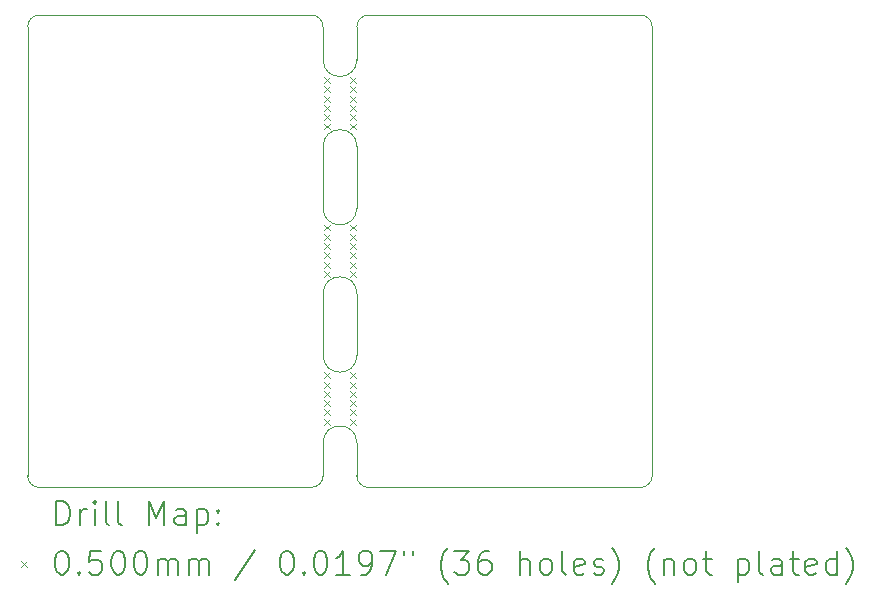
<source format=gbr>
%TF.GenerationSoftware,KiCad,Pcbnew,7.0.1*%
%TF.CreationDate,2023-07-22T01:47:03+03:00*%
%TF.ProjectId,kr556rt2,6b723535-3672-4743-922e-6b696361645f,rev?*%
%TF.SameCoordinates,Original*%
%TF.FileFunction,Drillmap*%
%TF.FilePolarity,Positive*%
%FSLAX45Y45*%
G04 Gerber Fmt 4.5, Leading zero omitted, Abs format (unit mm)*
G04 Created by KiCad (PCBNEW 7.0.1) date 2023-07-22 01:47:03*
%MOMM*%
%LPD*%
G01*
G04 APERTURE LIST*
%ADD10C,0.100000*%
%ADD11C,0.200000*%
%ADD12C,0.050000*%
G04 APERTURE END LIST*
D10*
X5954700Y-3810000D02*
X8256012Y-3810000D01*
X8641668Y-7432128D02*
G75*
G03*
X8356012Y-7432128I-142828J0D01*
G01*
X8356012Y-4187872D02*
G75*
G03*
X8641668Y-4187872I142828J0D01*
G01*
X8356600Y-5444196D02*
X8356600Y-4923108D01*
X8741668Y-7810000D02*
X11042980Y-7810000D01*
X8741668Y-3809998D02*
G75*
G03*
X8641668Y-3910000I2J-100002D01*
G01*
X11142980Y-3910000D02*
G75*
G03*
X11042980Y-3810000I-100000J0D01*
G01*
X8356600Y-6690748D02*
X8356600Y-6169660D01*
X8641670Y-7710000D02*
G75*
G03*
X8741668Y-7810000I100000J0D01*
G01*
X8741668Y-3810000D02*
X11042980Y-3810000D01*
X8356010Y-3910000D02*
G75*
G03*
X8256012Y-3810000I-100000J0D01*
G01*
X8642255Y-6169660D02*
G75*
G03*
X8356600Y-6169660I-142828J0D01*
G01*
X8356600Y-6690748D02*
G75*
G03*
X8642255Y-6690748I142828J0D01*
G01*
X8642255Y-6690748D02*
X8642255Y-6169660D01*
X5954700Y-7810000D02*
X8256012Y-7810000D01*
X5854700Y-7710000D02*
G75*
G03*
X5954700Y-7810000I100000J0D01*
G01*
X5854700Y-3910000D02*
X5854700Y-7710000D01*
X8642255Y-4923108D02*
G75*
G03*
X8356600Y-4923108I-142828J0D01*
G01*
X8641668Y-7432128D02*
X8641668Y-7710000D01*
X5954700Y-3810000D02*
G75*
G03*
X5854700Y-3910000I0J-100000D01*
G01*
X8356012Y-4187872D02*
X8356012Y-3910000D01*
X8642255Y-5444196D02*
X8642255Y-4923108D01*
X11142980Y-3910000D02*
X11142980Y-7710000D01*
X11042980Y-7810000D02*
G75*
G03*
X11142980Y-7710000I0J100000D01*
G01*
X8356600Y-5444196D02*
G75*
G03*
X8642255Y-5444196I142828J0D01*
G01*
X8641668Y-4187872D02*
X8641668Y-3910000D01*
X8256012Y-7810002D02*
G75*
G03*
X8356012Y-7710000I-2J100002D01*
G01*
X8356012Y-7432128D02*
X8356012Y-7710000D01*
D11*
D12*
X8363745Y-4333300D02*
X8413745Y-4383300D01*
X8413745Y-4333300D02*
X8363745Y-4383300D01*
X8363745Y-4413300D02*
X8413745Y-4463300D01*
X8413745Y-4413300D02*
X8363745Y-4463300D01*
X8363745Y-4493300D02*
X8413745Y-4543300D01*
X8413745Y-4493300D02*
X8363745Y-4543300D01*
X8363745Y-4568600D02*
X8413745Y-4618600D01*
X8413745Y-4568600D02*
X8363745Y-4618600D01*
X8363745Y-4648600D02*
X8413745Y-4698600D01*
X8413745Y-4648600D02*
X8363745Y-4698600D01*
X8363745Y-4728600D02*
X8413745Y-4778600D01*
X8413745Y-4728600D02*
X8363745Y-4778600D01*
X8363745Y-5583790D02*
X8413745Y-5633790D01*
X8413745Y-5583790D02*
X8363745Y-5633790D01*
X8363745Y-5663790D02*
X8413745Y-5713790D01*
X8413745Y-5663790D02*
X8363745Y-5713790D01*
X8363745Y-5743790D02*
X8413745Y-5793790D01*
X8413745Y-5743790D02*
X8363745Y-5793790D01*
X8363745Y-5819090D02*
X8413745Y-5869090D01*
X8413745Y-5819090D02*
X8363745Y-5869090D01*
X8363745Y-5899090D02*
X8413745Y-5949090D01*
X8413745Y-5899090D02*
X8363745Y-5949090D01*
X8363745Y-5979090D02*
X8413745Y-6029090D01*
X8413745Y-5979090D02*
X8363745Y-6029090D01*
X8363745Y-6834280D02*
X8413745Y-6884280D01*
X8413745Y-6834280D02*
X8363745Y-6884280D01*
X8363745Y-6914280D02*
X8413745Y-6964280D01*
X8413745Y-6914280D02*
X8363745Y-6964280D01*
X8363745Y-6994280D02*
X8413745Y-7044280D01*
X8413745Y-6994280D02*
X8363745Y-7044280D01*
X8363745Y-7069580D02*
X8413745Y-7119580D01*
X8413745Y-7069580D02*
X8363745Y-7119580D01*
X8363745Y-7149580D02*
X8413745Y-7199580D01*
X8413745Y-7149580D02*
X8363745Y-7199580D01*
X8363745Y-7229580D02*
X8413745Y-7279580D01*
X8413745Y-7229580D02*
X8363745Y-7279580D01*
X8583745Y-4333300D02*
X8633745Y-4383300D01*
X8633745Y-4333300D02*
X8583745Y-4383300D01*
X8583745Y-4413300D02*
X8633745Y-4463300D01*
X8633745Y-4413300D02*
X8583745Y-4463300D01*
X8583745Y-4493300D02*
X8633745Y-4543300D01*
X8633745Y-4493300D02*
X8583745Y-4543300D01*
X8583745Y-4568600D02*
X8633745Y-4618600D01*
X8633745Y-4568600D02*
X8583745Y-4618600D01*
X8583745Y-4648600D02*
X8633745Y-4698600D01*
X8633745Y-4648600D02*
X8583745Y-4698600D01*
X8583745Y-4728600D02*
X8633745Y-4778600D01*
X8633745Y-4728600D02*
X8583745Y-4778600D01*
X8583745Y-5583790D02*
X8633745Y-5633790D01*
X8633745Y-5583790D02*
X8583745Y-5633790D01*
X8583745Y-5663790D02*
X8633745Y-5713790D01*
X8633745Y-5663790D02*
X8583745Y-5713790D01*
X8583745Y-5743790D02*
X8633745Y-5793790D01*
X8633745Y-5743790D02*
X8583745Y-5793790D01*
X8583745Y-5819090D02*
X8633745Y-5869090D01*
X8633745Y-5819090D02*
X8583745Y-5869090D01*
X8583745Y-5899090D02*
X8633745Y-5949090D01*
X8633745Y-5899090D02*
X8583745Y-5949090D01*
X8583745Y-5979090D02*
X8633745Y-6029090D01*
X8633745Y-5979090D02*
X8583745Y-6029090D01*
X8583745Y-6834280D02*
X8633745Y-6884280D01*
X8633745Y-6834280D02*
X8583745Y-6884280D01*
X8583745Y-6914280D02*
X8633745Y-6964280D01*
X8633745Y-6914280D02*
X8583745Y-6964280D01*
X8583745Y-6994280D02*
X8633745Y-7044280D01*
X8633745Y-6994280D02*
X8583745Y-7044280D01*
X8583745Y-7069580D02*
X8633745Y-7119580D01*
X8633745Y-7069580D02*
X8583745Y-7119580D01*
X8583745Y-7149580D02*
X8633745Y-7199580D01*
X8633745Y-7149580D02*
X8583745Y-7199580D01*
X8583745Y-7229580D02*
X8633745Y-7279580D01*
X8633745Y-7229580D02*
X8583745Y-7279580D01*
D11*
X6097319Y-8127524D02*
X6097319Y-7927524D01*
X6097319Y-7927524D02*
X6144938Y-7927524D01*
X6144938Y-7927524D02*
X6173509Y-7937048D01*
X6173509Y-7937048D02*
X6192557Y-7956095D01*
X6192557Y-7956095D02*
X6202081Y-7975143D01*
X6202081Y-7975143D02*
X6211605Y-8013238D01*
X6211605Y-8013238D02*
X6211605Y-8041809D01*
X6211605Y-8041809D02*
X6202081Y-8079905D01*
X6202081Y-8079905D02*
X6192557Y-8098952D01*
X6192557Y-8098952D02*
X6173509Y-8118000D01*
X6173509Y-8118000D02*
X6144938Y-8127524D01*
X6144938Y-8127524D02*
X6097319Y-8127524D01*
X6297319Y-8127524D02*
X6297319Y-7994190D01*
X6297319Y-8032286D02*
X6306843Y-8013238D01*
X6306843Y-8013238D02*
X6316367Y-8003714D01*
X6316367Y-8003714D02*
X6335414Y-7994190D01*
X6335414Y-7994190D02*
X6354462Y-7994190D01*
X6421128Y-8127524D02*
X6421128Y-7994190D01*
X6421128Y-7927524D02*
X6411605Y-7937048D01*
X6411605Y-7937048D02*
X6421128Y-7946571D01*
X6421128Y-7946571D02*
X6430652Y-7937048D01*
X6430652Y-7937048D02*
X6421128Y-7927524D01*
X6421128Y-7927524D02*
X6421128Y-7946571D01*
X6544938Y-8127524D02*
X6525890Y-8118000D01*
X6525890Y-8118000D02*
X6516367Y-8098952D01*
X6516367Y-8098952D02*
X6516367Y-7927524D01*
X6649700Y-8127524D02*
X6630652Y-8118000D01*
X6630652Y-8118000D02*
X6621128Y-8098952D01*
X6621128Y-8098952D02*
X6621128Y-7927524D01*
X6878271Y-8127524D02*
X6878271Y-7927524D01*
X6878271Y-7927524D02*
X6944938Y-8070381D01*
X6944938Y-8070381D02*
X7011605Y-7927524D01*
X7011605Y-7927524D02*
X7011605Y-8127524D01*
X7192557Y-8127524D02*
X7192557Y-8022762D01*
X7192557Y-8022762D02*
X7183033Y-8003714D01*
X7183033Y-8003714D02*
X7163986Y-7994190D01*
X7163986Y-7994190D02*
X7125890Y-7994190D01*
X7125890Y-7994190D02*
X7106843Y-8003714D01*
X7192557Y-8118000D02*
X7173509Y-8127524D01*
X7173509Y-8127524D02*
X7125890Y-8127524D01*
X7125890Y-8127524D02*
X7106843Y-8118000D01*
X7106843Y-8118000D02*
X7097319Y-8098952D01*
X7097319Y-8098952D02*
X7097319Y-8079905D01*
X7097319Y-8079905D02*
X7106843Y-8060857D01*
X7106843Y-8060857D02*
X7125890Y-8051333D01*
X7125890Y-8051333D02*
X7173509Y-8051333D01*
X7173509Y-8051333D02*
X7192557Y-8041809D01*
X7287795Y-7994190D02*
X7287795Y-8194190D01*
X7287795Y-8003714D02*
X7306843Y-7994190D01*
X7306843Y-7994190D02*
X7344938Y-7994190D01*
X7344938Y-7994190D02*
X7363986Y-8003714D01*
X7363986Y-8003714D02*
X7373509Y-8013238D01*
X7373509Y-8013238D02*
X7383033Y-8032286D01*
X7383033Y-8032286D02*
X7383033Y-8089428D01*
X7383033Y-8089428D02*
X7373509Y-8108476D01*
X7373509Y-8108476D02*
X7363986Y-8118000D01*
X7363986Y-8118000D02*
X7344938Y-8127524D01*
X7344938Y-8127524D02*
X7306843Y-8127524D01*
X7306843Y-8127524D02*
X7287795Y-8118000D01*
X7468748Y-8108476D02*
X7478271Y-8118000D01*
X7478271Y-8118000D02*
X7468748Y-8127524D01*
X7468748Y-8127524D02*
X7459224Y-8118000D01*
X7459224Y-8118000D02*
X7468748Y-8108476D01*
X7468748Y-8108476D02*
X7468748Y-8127524D01*
X7468748Y-8003714D02*
X7478271Y-8013238D01*
X7478271Y-8013238D02*
X7468748Y-8022762D01*
X7468748Y-8022762D02*
X7459224Y-8013238D01*
X7459224Y-8013238D02*
X7468748Y-8003714D01*
X7468748Y-8003714D02*
X7468748Y-8022762D01*
D12*
X5799700Y-8430000D02*
X5849700Y-8480000D01*
X5849700Y-8430000D02*
X5799700Y-8480000D01*
D11*
X6135414Y-8347524D02*
X6154462Y-8347524D01*
X6154462Y-8347524D02*
X6173509Y-8357048D01*
X6173509Y-8357048D02*
X6183033Y-8366571D01*
X6183033Y-8366571D02*
X6192557Y-8385619D01*
X6192557Y-8385619D02*
X6202081Y-8423714D01*
X6202081Y-8423714D02*
X6202081Y-8471333D01*
X6202081Y-8471333D02*
X6192557Y-8509429D01*
X6192557Y-8509429D02*
X6183033Y-8528476D01*
X6183033Y-8528476D02*
X6173509Y-8538000D01*
X6173509Y-8538000D02*
X6154462Y-8547524D01*
X6154462Y-8547524D02*
X6135414Y-8547524D01*
X6135414Y-8547524D02*
X6116367Y-8538000D01*
X6116367Y-8538000D02*
X6106843Y-8528476D01*
X6106843Y-8528476D02*
X6097319Y-8509429D01*
X6097319Y-8509429D02*
X6087795Y-8471333D01*
X6087795Y-8471333D02*
X6087795Y-8423714D01*
X6087795Y-8423714D02*
X6097319Y-8385619D01*
X6097319Y-8385619D02*
X6106843Y-8366571D01*
X6106843Y-8366571D02*
X6116367Y-8357048D01*
X6116367Y-8357048D02*
X6135414Y-8347524D01*
X6287795Y-8528476D02*
X6297319Y-8538000D01*
X6297319Y-8538000D02*
X6287795Y-8547524D01*
X6287795Y-8547524D02*
X6278271Y-8538000D01*
X6278271Y-8538000D02*
X6287795Y-8528476D01*
X6287795Y-8528476D02*
X6287795Y-8547524D01*
X6478271Y-8347524D02*
X6383033Y-8347524D01*
X6383033Y-8347524D02*
X6373509Y-8442762D01*
X6373509Y-8442762D02*
X6383033Y-8433238D01*
X6383033Y-8433238D02*
X6402081Y-8423714D01*
X6402081Y-8423714D02*
X6449700Y-8423714D01*
X6449700Y-8423714D02*
X6468748Y-8433238D01*
X6468748Y-8433238D02*
X6478271Y-8442762D01*
X6478271Y-8442762D02*
X6487795Y-8461810D01*
X6487795Y-8461810D02*
X6487795Y-8509429D01*
X6487795Y-8509429D02*
X6478271Y-8528476D01*
X6478271Y-8528476D02*
X6468748Y-8538000D01*
X6468748Y-8538000D02*
X6449700Y-8547524D01*
X6449700Y-8547524D02*
X6402081Y-8547524D01*
X6402081Y-8547524D02*
X6383033Y-8538000D01*
X6383033Y-8538000D02*
X6373509Y-8528476D01*
X6611605Y-8347524D02*
X6630652Y-8347524D01*
X6630652Y-8347524D02*
X6649700Y-8357048D01*
X6649700Y-8357048D02*
X6659224Y-8366571D01*
X6659224Y-8366571D02*
X6668748Y-8385619D01*
X6668748Y-8385619D02*
X6678271Y-8423714D01*
X6678271Y-8423714D02*
X6678271Y-8471333D01*
X6678271Y-8471333D02*
X6668748Y-8509429D01*
X6668748Y-8509429D02*
X6659224Y-8528476D01*
X6659224Y-8528476D02*
X6649700Y-8538000D01*
X6649700Y-8538000D02*
X6630652Y-8547524D01*
X6630652Y-8547524D02*
X6611605Y-8547524D01*
X6611605Y-8547524D02*
X6592557Y-8538000D01*
X6592557Y-8538000D02*
X6583033Y-8528476D01*
X6583033Y-8528476D02*
X6573509Y-8509429D01*
X6573509Y-8509429D02*
X6563986Y-8471333D01*
X6563986Y-8471333D02*
X6563986Y-8423714D01*
X6563986Y-8423714D02*
X6573509Y-8385619D01*
X6573509Y-8385619D02*
X6583033Y-8366571D01*
X6583033Y-8366571D02*
X6592557Y-8357048D01*
X6592557Y-8357048D02*
X6611605Y-8347524D01*
X6802081Y-8347524D02*
X6821129Y-8347524D01*
X6821129Y-8347524D02*
X6840176Y-8357048D01*
X6840176Y-8357048D02*
X6849700Y-8366571D01*
X6849700Y-8366571D02*
X6859224Y-8385619D01*
X6859224Y-8385619D02*
X6868748Y-8423714D01*
X6868748Y-8423714D02*
X6868748Y-8471333D01*
X6868748Y-8471333D02*
X6859224Y-8509429D01*
X6859224Y-8509429D02*
X6849700Y-8528476D01*
X6849700Y-8528476D02*
X6840176Y-8538000D01*
X6840176Y-8538000D02*
X6821129Y-8547524D01*
X6821129Y-8547524D02*
X6802081Y-8547524D01*
X6802081Y-8547524D02*
X6783033Y-8538000D01*
X6783033Y-8538000D02*
X6773509Y-8528476D01*
X6773509Y-8528476D02*
X6763986Y-8509429D01*
X6763986Y-8509429D02*
X6754462Y-8471333D01*
X6754462Y-8471333D02*
X6754462Y-8423714D01*
X6754462Y-8423714D02*
X6763986Y-8385619D01*
X6763986Y-8385619D02*
X6773509Y-8366571D01*
X6773509Y-8366571D02*
X6783033Y-8357048D01*
X6783033Y-8357048D02*
X6802081Y-8347524D01*
X6954462Y-8547524D02*
X6954462Y-8414190D01*
X6954462Y-8433238D02*
X6963986Y-8423714D01*
X6963986Y-8423714D02*
X6983033Y-8414190D01*
X6983033Y-8414190D02*
X7011605Y-8414190D01*
X7011605Y-8414190D02*
X7030652Y-8423714D01*
X7030652Y-8423714D02*
X7040176Y-8442762D01*
X7040176Y-8442762D02*
X7040176Y-8547524D01*
X7040176Y-8442762D02*
X7049700Y-8423714D01*
X7049700Y-8423714D02*
X7068748Y-8414190D01*
X7068748Y-8414190D02*
X7097319Y-8414190D01*
X7097319Y-8414190D02*
X7116367Y-8423714D01*
X7116367Y-8423714D02*
X7125890Y-8442762D01*
X7125890Y-8442762D02*
X7125890Y-8547524D01*
X7221129Y-8547524D02*
X7221129Y-8414190D01*
X7221129Y-8433238D02*
X7230652Y-8423714D01*
X7230652Y-8423714D02*
X7249700Y-8414190D01*
X7249700Y-8414190D02*
X7278271Y-8414190D01*
X7278271Y-8414190D02*
X7297319Y-8423714D01*
X7297319Y-8423714D02*
X7306843Y-8442762D01*
X7306843Y-8442762D02*
X7306843Y-8547524D01*
X7306843Y-8442762D02*
X7316367Y-8423714D01*
X7316367Y-8423714D02*
X7335414Y-8414190D01*
X7335414Y-8414190D02*
X7363986Y-8414190D01*
X7363986Y-8414190D02*
X7383033Y-8423714D01*
X7383033Y-8423714D02*
X7392557Y-8442762D01*
X7392557Y-8442762D02*
X7392557Y-8547524D01*
X7783033Y-8338000D02*
X7611605Y-8595143D01*
X8040176Y-8347524D02*
X8059224Y-8347524D01*
X8059224Y-8347524D02*
X8078272Y-8357048D01*
X8078272Y-8357048D02*
X8087795Y-8366571D01*
X8087795Y-8366571D02*
X8097319Y-8385619D01*
X8097319Y-8385619D02*
X8106843Y-8423714D01*
X8106843Y-8423714D02*
X8106843Y-8471333D01*
X8106843Y-8471333D02*
X8097319Y-8509429D01*
X8097319Y-8509429D02*
X8087795Y-8528476D01*
X8087795Y-8528476D02*
X8078272Y-8538000D01*
X8078272Y-8538000D02*
X8059224Y-8547524D01*
X8059224Y-8547524D02*
X8040176Y-8547524D01*
X8040176Y-8547524D02*
X8021129Y-8538000D01*
X8021129Y-8538000D02*
X8011605Y-8528476D01*
X8011605Y-8528476D02*
X8002081Y-8509429D01*
X8002081Y-8509429D02*
X7992557Y-8471333D01*
X7992557Y-8471333D02*
X7992557Y-8423714D01*
X7992557Y-8423714D02*
X8002081Y-8385619D01*
X8002081Y-8385619D02*
X8011605Y-8366571D01*
X8011605Y-8366571D02*
X8021129Y-8357048D01*
X8021129Y-8357048D02*
X8040176Y-8347524D01*
X8192557Y-8528476D02*
X8202081Y-8538000D01*
X8202081Y-8538000D02*
X8192557Y-8547524D01*
X8192557Y-8547524D02*
X8183033Y-8538000D01*
X8183033Y-8538000D02*
X8192557Y-8528476D01*
X8192557Y-8528476D02*
X8192557Y-8547524D01*
X8325891Y-8347524D02*
X8344938Y-8347524D01*
X8344938Y-8347524D02*
X8363986Y-8357048D01*
X8363986Y-8357048D02*
X8373510Y-8366571D01*
X8373510Y-8366571D02*
X8383033Y-8385619D01*
X8383033Y-8385619D02*
X8392557Y-8423714D01*
X8392557Y-8423714D02*
X8392557Y-8471333D01*
X8392557Y-8471333D02*
X8383033Y-8509429D01*
X8383033Y-8509429D02*
X8373510Y-8528476D01*
X8373510Y-8528476D02*
X8363986Y-8538000D01*
X8363986Y-8538000D02*
X8344938Y-8547524D01*
X8344938Y-8547524D02*
X8325891Y-8547524D01*
X8325891Y-8547524D02*
X8306843Y-8538000D01*
X8306843Y-8538000D02*
X8297319Y-8528476D01*
X8297319Y-8528476D02*
X8287795Y-8509429D01*
X8287795Y-8509429D02*
X8278272Y-8471333D01*
X8278272Y-8471333D02*
X8278272Y-8423714D01*
X8278272Y-8423714D02*
X8287795Y-8385619D01*
X8287795Y-8385619D02*
X8297319Y-8366571D01*
X8297319Y-8366571D02*
X8306843Y-8357048D01*
X8306843Y-8357048D02*
X8325891Y-8347524D01*
X8583034Y-8547524D02*
X8468748Y-8547524D01*
X8525891Y-8547524D02*
X8525891Y-8347524D01*
X8525891Y-8347524D02*
X8506843Y-8376095D01*
X8506843Y-8376095D02*
X8487795Y-8395143D01*
X8487795Y-8395143D02*
X8468748Y-8404667D01*
X8678272Y-8547524D02*
X8716367Y-8547524D01*
X8716367Y-8547524D02*
X8735415Y-8538000D01*
X8735415Y-8538000D02*
X8744938Y-8528476D01*
X8744938Y-8528476D02*
X8763986Y-8499905D01*
X8763986Y-8499905D02*
X8773510Y-8461810D01*
X8773510Y-8461810D02*
X8773510Y-8385619D01*
X8773510Y-8385619D02*
X8763986Y-8366571D01*
X8763986Y-8366571D02*
X8754462Y-8357048D01*
X8754462Y-8357048D02*
X8735415Y-8347524D01*
X8735415Y-8347524D02*
X8697319Y-8347524D01*
X8697319Y-8347524D02*
X8678272Y-8357048D01*
X8678272Y-8357048D02*
X8668748Y-8366571D01*
X8668748Y-8366571D02*
X8659224Y-8385619D01*
X8659224Y-8385619D02*
X8659224Y-8433238D01*
X8659224Y-8433238D02*
X8668748Y-8452286D01*
X8668748Y-8452286D02*
X8678272Y-8461810D01*
X8678272Y-8461810D02*
X8697319Y-8471333D01*
X8697319Y-8471333D02*
X8735415Y-8471333D01*
X8735415Y-8471333D02*
X8754462Y-8461810D01*
X8754462Y-8461810D02*
X8763986Y-8452286D01*
X8763986Y-8452286D02*
X8773510Y-8433238D01*
X8840176Y-8347524D02*
X8973510Y-8347524D01*
X8973510Y-8347524D02*
X8887795Y-8547524D01*
X9040176Y-8347524D02*
X9040176Y-8385619D01*
X9116367Y-8347524D02*
X9116367Y-8385619D01*
X9411605Y-8623714D02*
X9402081Y-8614190D01*
X9402081Y-8614190D02*
X9383034Y-8585619D01*
X9383034Y-8585619D02*
X9373510Y-8566571D01*
X9373510Y-8566571D02*
X9363986Y-8538000D01*
X9363986Y-8538000D02*
X9354462Y-8490381D01*
X9354462Y-8490381D02*
X9354462Y-8452286D01*
X9354462Y-8452286D02*
X9363986Y-8404667D01*
X9363986Y-8404667D02*
X9373510Y-8376095D01*
X9373510Y-8376095D02*
X9383034Y-8357048D01*
X9383034Y-8357048D02*
X9402081Y-8328476D01*
X9402081Y-8328476D02*
X9411605Y-8318952D01*
X9468748Y-8347524D02*
X9592557Y-8347524D01*
X9592557Y-8347524D02*
X9525891Y-8423714D01*
X9525891Y-8423714D02*
X9554462Y-8423714D01*
X9554462Y-8423714D02*
X9573510Y-8433238D01*
X9573510Y-8433238D02*
X9583034Y-8442762D01*
X9583034Y-8442762D02*
X9592557Y-8461810D01*
X9592557Y-8461810D02*
X9592557Y-8509429D01*
X9592557Y-8509429D02*
X9583034Y-8528476D01*
X9583034Y-8528476D02*
X9573510Y-8538000D01*
X9573510Y-8538000D02*
X9554462Y-8547524D01*
X9554462Y-8547524D02*
X9497319Y-8547524D01*
X9497319Y-8547524D02*
X9478272Y-8538000D01*
X9478272Y-8538000D02*
X9468748Y-8528476D01*
X9763986Y-8347524D02*
X9725891Y-8347524D01*
X9725891Y-8347524D02*
X9706843Y-8357048D01*
X9706843Y-8357048D02*
X9697319Y-8366571D01*
X9697319Y-8366571D02*
X9678272Y-8395143D01*
X9678272Y-8395143D02*
X9668748Y-8433238D01*
X9668748Y-8433238D02*
X9668748Y-8509429D01*
X9668748Y-8509429D02*
X9678272Y-8528476D01*
X9678272Y-8528476D02*
X9687796Y-8538000D01*
X9687796Y-8538000D02*
X9706843Y-8547524D01*
X9706843Y-8547524D02*
X9744938Y-8547524D01*
X9744938Y-8547524D02*
X9763986Y-8538000D01*
X9763986Y-8538000D02*
X9773510Y-8528476D01*
X9773510Y-8528476D02*
X9783034Y-8509429D01*
X9783034Y-8509429D02*
X9783034Y-8461810D01*
X9783034Y-8461810D02*
X9773510Y-8442762D01*
X9773510Y-8442762D02*
X9763986Y-8433238D01*
X9763986Y-8433238D02*
X9744938Y-8423714D01*
X9744938Y-8423714D02*
X9706843Y-8423714D01*
X9706843Y-8423714D02*
X9687796Y-8433238D01*
X9687796Y-8433238D02*
X9678272Y-8442762D01*
X9678272Y-8442762D02*
X9668748Y-8461810D01*
X10021129Y-8547524D02*
X10021129Y-8347524D01*
X10106843Y-8547524D02*
X10106843Y-8442762D01*
X10106843Y-8442762D02*
X10097319Y-8423714D01*
X10097319Y-8423714D02*
X10078272Y-8414190D01*
X10078272Y-8414190D02*
X10049700Y-8414190D01*
X10049700Y-8414190D02*
X10030653Y-8423714D01*
X10030653Y-8423714D02*
X10021129Y-8433238D01*
X10230653Y-8547524D02*
X10211605Y-8538000D01*
X10211605Y-8538000D02*
X10202081Y-8528476D01*
X10202081Y-8528476D02*
X10192558Y-8509429D01*
X10192558Y-8509429D02*
X10192558Y-8452286D01*
X10192558Y-8452286D02*
X10202081Y-8433238D01*
X10202081Y-8433238D02*
X10211605Y-8423714D01*
X10211605Y-8423714D02*
X10230653Y-8414190D01*
X10230653Y-8414190D02*
X10259224Y-8414190D01*
X10259224Y-8414190D02*
X10278272Y-8423714D01*
X10278272Y-8423714D02*
X10287796Y-8433238D01*
X10287796Y-8433238D02*
X10297319Y-8452286D01*
X10297319Y-8452286D02*
X10297319Y-8509429D01*
X10297319Y-8509429D02*
X10287796Y-8528476D01*
X10287796Y-8528476D02*
X10278272Y-8538000D01*
X10278272Y-8538000D02*
X10259224Y-8547524D01*
X10259224Y-8547524D02*
X10230653Y-8547524D01*
X10411605Y-8547524D02*
X10392558Y-8538000D01*
X10392558Y-8538000D02*
X10383034Y-8518952D01*
X10383034Y-8518952D02*
X10383034Y-8347524D01*
X10563986Y-8538000D02*
X10544939Y-8547524D01*
X10544939Y-8547524D02*
X10506843Y-8547524D01*
X10506843Y-8547524D02*
X10487796Y-8538000D01*
X10487796Y-8538000D02*
X10478272Y-8518952D01*
X10478272Y-8518952D02*
X10478272Y-8442762D01*
X10478272Y-8442762D02*
X10487796Y-8423714D01*
X10487796Y-8423714D02*
X10506843Y-8414190D01*
X10506843Y-8414190D02*
X10544939Y-8414190D01*
X10544939Y-8414190D02*
X10563986Y-8423714D01*
X10563986Y-8423714D02*
X10573510Y-8442762D01*
X10573510Y-8442762D02*
X10573510Y-8461810D01*
X10573510Y-8461810D02*
X10478272Y-8480857D01*
X10649700Y-8538000D02*
X10668748Y-8547524D01*
X10668748Y-8547524D02*
X10706843Y-8547524D01*
X10706843Y-8547524D02*
X10725891Y-8538000D01*
X10725891Y-8538000D02*
X10735415Y-8518952D01*
X10735415Y-8518952D02*
X10735415Y-8509429D01*
X10735415Y-8509429D02*
X10725891Y-8490381D01*
X10725891Y-8490381D02*
X10706843Y-8480857D01*
X10706843Y-8480857D02*
X10678272Y-8480857D01*
X10678272Y-8480857D02*
X10659224Y-8471333D01*
X10659224Y-8471333D02*
X10649700Y-8452286D01*
X10649700Y-8452286D02*
X10649700Y-8442762D01*
X10649700Y-8442762D02*
X10659224Y-8423714D01*
X10659224Y-8423714D02*
X10678272Y-8414190D01*
X10678272Y-8414190D02*
X10706843Y-8414190D01*
X10706843Y-8414190D02*
X10725891Y-8423714D01*
X10802081Y-8623714D02*
X10811605Y-8614190D01*
X10811605Y-8614190D02*
X10830653Y-8585619D01*
X10830653Y-8585619D02*
X10840177Y-8566571D01*
X10840177Y-8566571D02*
X10849700Y-8538000D01*
X10849700Y-8538000D02*
X10859224Y-8490381D01*
X10859224Y-8490381D02*
X10859224Y-8452286D01*
X10859224Y-8452286D02*
X10849700Y-8404667D01*
X10849700Y-8404667D02*
X10840177Y-8376095D01*
X10840177Y-8376095D02*
X10830653Y-8357048D01*
X10830653Y-8357048D02*
X10811605Y-8328476D01*
X10811605Y-8328476D02*
X10802081Y-8318952D01*
X11163986Y-8623714D02*
X11154462Y-8614190D01*
X11154462Y-8614190D02*
X11135415Y-8585619D01*
X11135415Y-8585619D02*
X11125891Y-8566571D01*
X11125891Y-8566571D02*
X11116367Y-8538000D01*
X11116367Y-8538000D02*
X11106843Y-8490381D01*
X11106843Y-8490381D02*
X11106843Y-8452286D01*
X11106843Y-8452286D02*
X11116367Y-8404667D01*
X11116367Y-8404667D02*
X11125891Y-8376095D01*
X11125891Y-8376095D02*
X11135415Y-8357048D01*
X11135415Y-8357048D02*
X11154462Y-8328476D01*
X11154462Y-8328476D02*
X11163986Y-8318952D01*
X11240177Y-8414190D02*
X11240177Y-8547524D01*
X11240177Y-8433238D02*
X11249700Y-8423714D01*
X11249700Y-8423714D02*
X11268748Y-8414190D01*
X11268748Y-8414190D02*
X11297319Y-8414190D01*
X11297319Y-8414190D02*
X11316367Y-8423714D01*
X11316367Y-8423714D02*
X11325891Y-8442762D01*
X11325891Y-8442762D02*
X11325891Y-8547524D01*
X11449700Y-8547524D02*
X11430653Y-8538000D01*
X11430653Y-8538000D02*
X11421129Y-8528476D01*
X11421129Y-8528476D02*
X11411605Y-8509429D01*
X11411605Y-8509429D02*
X11411605Y-8452286D01*
X11411605Y-8452286D02*
X11421129Y-8433238D01*
X11421129Y-8433238D02*
X11430653Y-8423714D01*
X11430653Y-8423714D02*
X11449700Y-8414190D01*
X11449700Y-8414190D02*
X11478272Y-8414190D01*
X11478272Y-8414190D02*
X11497319Y-8423714D01*
X11497319Y-8423714D02*
X11506843Y-8433238D01*
X11506843Y-8433238D02*
X11516367Y-8452286D01*
X11516367Y-8452286D02*
X11516367Y-8509429D01*
X11516367Y-8509429D02*
X11506843Y-8528476D01*
X11506843Y-8528476D02*
X11497319Y-8538000D01*
X11497319Y-8538000D02*
X11478272Y-8547524D01*
X11478272Y-8547524D02*
X11449700Y-8547524D01*
X11573510Y-8414190D02*
X11649700Y-8414190D01*
X11602081Y-8347524D02*
X11602081Y-8518952D01*
X11602081Y-8518952D02*
X11611605Y-8538000D01*
X11611605Y-8538000D02*
X11630653Y-8547524D01*
X11630653Y-8547524D02*
X11649700Y-8547524D01*
X11868748Y-8414190D02*
X11868748Y-8614190D01*
X11868748Y-8423714D02*
X11887796Y-8414190D01*
X11887796Y-8414190D02*
X11925891Y-8414190D01*
X11925891Y-8414190D02*
X11944939Y-8423714D01*
X11944939Y-8423714D02*
X11954462Y-8433238D01*
X11954462Y-8433238D02*
X11963986Y-8452286D01*
X11963986Y-8452286D02*
X11963986Y-8509429D01*
X11963986Y-8509429D02*
X11954462Y-8528476D01*
X11954462Y-8528476D02*
X11944939Y-8538000D01*
X11944939Y-8538000D02*
X11925891Y-8547524D01*
X11925891Y-8547524D02*
X11887796Y-8547524D01*
X11887796Y-8547524D02*
X11868748Y-8538000D01*
X12078272Y-8547524D02*
X12059224Y-8538000D01*
X12059224Y-8538000D02*
X12049700Y-8518952D01*
X12049700Y-8518952D02*
X12049700Y-8347524D01*
X12240177Y-8547524D02*
X12240177Y-8442762D01*
X12240177Y-8442762D02*
X12230653Y-8423714D01*
X12230653Y-8423714D02*
X12211605Y-8414190D01*
X12211605Y-8414190D02*
X12173510Y-8414190D01*
X12173510Y-8414190D02*
X12154462Y-8423714D01*
X12240177Y-8538000D02*
X12221129Y-8547524D01*
X12221129Y-8547524D02*
X12173510Y-8547524D01*
X12173510Y-8547524D02*
X12154462Y-8538000D01*
X12154462Y-8538000D02*
X12144939Y-8518952D01*
X12144939Y-8518952D02*
X12144939Y-8499905D01*
X12144939Y-8499905D02*
X12154462Y-8480857D01*
X12154462Y-8480857D02*
X12173510Y-8471333D01*
X12173510Y-8471333D02*
X12221129Y-8471333D01*
X12221129Y-8471333D02*
X12240177Y-8461810D01*
X12306843Y-8414190D02*
X12383034Y-8414190D01*
X12335415Y-8347524D02*
X12335415Y-8518952D01*
X12335415Y-8518952D02*
X12344939Y-8538000D01*
X12344939Y-8538000D02*
X12363986Y-8547524D01*
X12363986Y-8547524D02*
X12383034Y-8547524D01*
X12525891Y-8538000D02*
X12506843Y-8547524D01*
X12506843Y-8547524D02*
X12468748Y-8547524D01*
X12468748Y-8547524D02*
X12449700Y-8538000D01*
X12449700Y-8538000D02*
X12440177Y-8518952D01*
X12440177Y-8518952D02*
X12440177Y-8442762D01*
X12440177Y-8442762D02*
X12449700Y-8423714D01*
X12449700Y-8423714D02*
X12468748Y-8414190D01*
X12468748Y-8414190D02*
X12506843Y-8414190D01*
X12506843Y-8414190D02*
X12525891Y-8423714D01*
X12525891Y-8423714D02*
X12535415Y-8442762D01*
X12535415Y-8442762D02*
X12535415Y-8461810D01*
X12535415Y-8461810D02*
X12440177Y-8480857D01*
X12706843Y-8547524D02*
X12706843Y-8347524D01*
X12706843Y-8538000D02*
X12687796Y-8547524D01*
X12687796Y-8547524D02*
X12649700Y-8547524D01*
X12649700Y-8547524D02*
X12630653Y-8538000D01*
X12630653Y-8538000D02*
X12621129Y-8528476D01*
X12621129Y-8528476D02*
X12611605Y-8509429D01*
X12611605Y-8509429D02*
X12611605Y-8452286D01*
X12611605Y-8452286D02*
X12621129Y-8433238D01*
X12621129Y-8433238D02*
X12630653Y-8423714D01*
X12630653Y-8423714D02*
X12649700Y-8414190D01*
X12649700Y-8414190D02*
X12687796Y-8414190D01*
X12687796Y-8414190D02*
X12706843Y-8423714D01*
X12783034Y-8623714D02*
X12792558Y-8614190D01*
X12792558Y-8614190D02*
X12811605Y-8585619D01*
X12811605Y-8585619D02*
X12821129Y-8566571D01*
X12821129Y-8566571D02*
X12830653Y-8538000D01*
X12830653Y-8538000D02*
X12840177Y-8490381D01*
X12840177Y-8490381D02*
X12840177Y-8452286D01*
X12840177Y-8452286D02*
X12830653Y-8404667D01*
X12830653Y-8404667D02*
X12821129Y-8376095D01*
X12821129Y-8376095D02*
X12811605Y-8357048D01*
X12811605Y-8357048D02*
X12792558Y-8328476D01*
X12792558Y-8328476D02*
X12783034Y-8318952D01*
M02*

</source>
